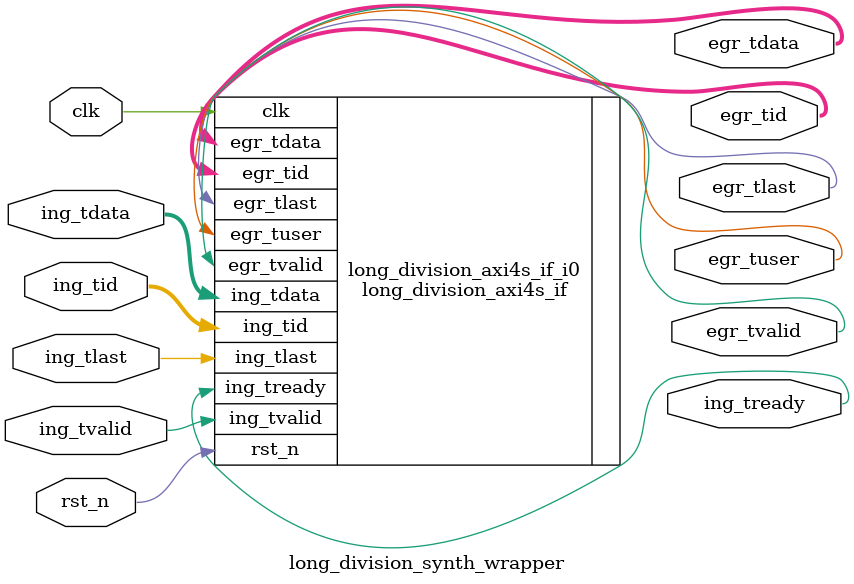
<source format=sv>

`default_nettype none

module long_division_synth_wrapper  #(
  parameter int AXI_DATA_WIDTH_P = 32,
  parameter int AXI_ID_WIDTH_P   = 2,
  parameter int N_BITS_P         = 32,
  parameter int Q_BITS_P         = 15
)(
  // Clock and reset
  input  wire                           clk,
  input  wire                           rst_n,

  // AXI4-S master side
  input  wire                           ing_tvalid,
  output logic                          ing_tready,
  input  wire  [AXI_DATA_WIDTH_P-1 : 0] ing_tdata,
  input  wire                           ing_tlast,
  input  wire    [AXI_ID_WIDTH_P-1 : 0] ing_tid,

  // AXI4-S slave side
  output logic                          egr_tvalid,
  output logic [AXI_DATA_WIDTH_P-1 : 0] egr_tdata,  // Quotient
  output logic                          egr_tlast,
  output logic   [AXI_ID_WIDTH_P-1 : 0] egr_tid,
  output logic                          egr_tuser   // Overflow
);

long_division_axi4s_if #(
  .AXI_DATA_WIDTH_P ( AXI_DATA_WIDTH_P ),
  .AXI_ID_WIDTH_P   ( AXI_ID_WIDTH_P   ),
  .N_BITS_P         ( N_BITS_P         ),
  .Q_BITS_P         ( Q_BITS_P         )
) long_division_axi4s_if_i0 (
  .clk              ( clk              ),
  .rst_n            ( rst_n            ),
  .ing_tvalid       ( ing_tvalid       ),
  .ing_tready       ( ing_tready       ),
  .ing_tdata        ( ing_tdata        ),
  .ing_tlast        ( ing_tlast        ),
  .ing_tid          ( ing_tid          ),
  .egr_tvalid       ( egr_tvalid       ),
  .egr_tdata        ( egr_tdata        ),
  .egr_tlast        ( egr_tlast        ),
  .egr_tid          ( egr_tid          ),
  .egr_tuser        ( egr_tuser        )
);


endmodule

`default_nettype wire

</source>
